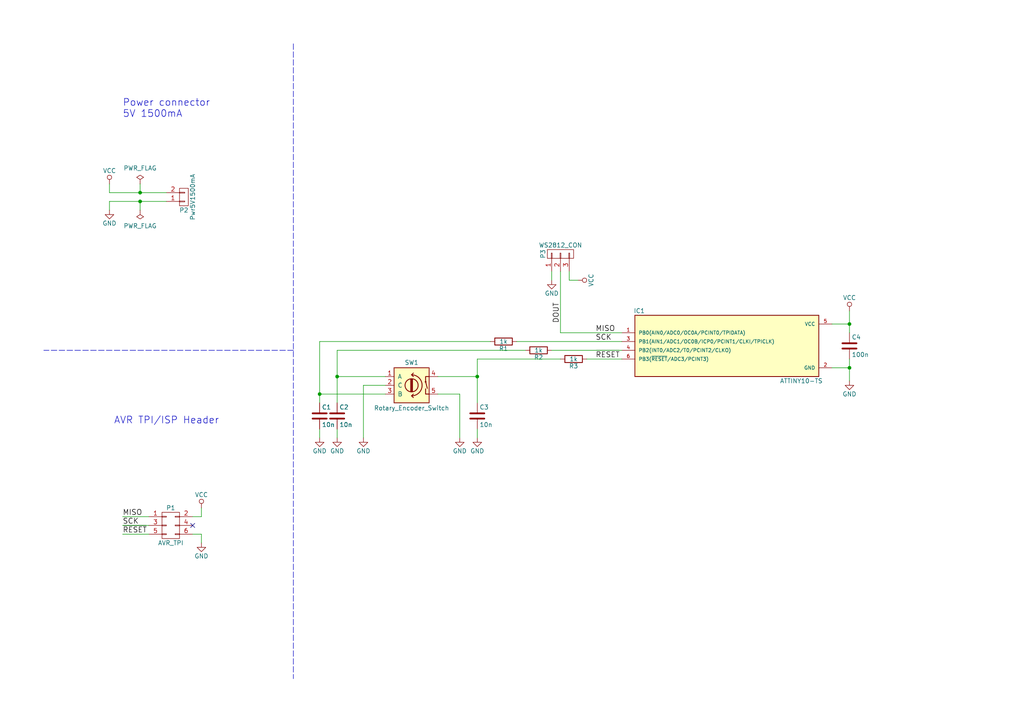
<source format=kicad_sch>
(kicad_sch (version 20250114) (generator "eeschema") (generator_version "9.0")
  (paper "A4")
  (title_block (title "tiny-ws2812-desklight") (date "2018-06-19") (rev "v1.0") (comment 1 "<dgit@piegdon.de>") (comment 2 "David R. Piegdon") (comment 3 "github.com/dpiegdon/tiny-ws2812-desklight") (comment 4 "WS2812-based desktop lamp"))
  (lib_symbols
    (symbol "ATTINY10-TS_1" (pin_names (offset 1.016))
      (property "Reference" "U" (at -25.4 10.16 0))
      (property "Value" "ATTINY10-TS" (at 21.59 -10.16 0))
      (symbol "ATTINY10-TS_1_0_1"
        (rectangle (start -26.67 8.89) (end 26.67 -8.89) (stroke (width 0.254)) (fill (type background)))
      )
      (symbol "ATTINY10-TS_1_1_1"
        (pin bidirectional line (at -30.48 3.81 0) (length 3.81) (name "PB0(AIN0/ADC0/OC0A/PCINT0/TPIDATA)") (number "1"))
        (pin bidirectional line (at -30.48 1.27 0) (length 3.81) (name "PB1(AIN1/ADC1/OC0B/ICP0/PCINT1/CLKI/TPICLK)") (number "3"))
        (pin bidirectional line (at -30.48 -1.27 0) (length 3.81) (name "PB2(INT0/ADC2/T0/PCINT2/CLKO)") (number "4"))
        (pin bidirectional line (at -30.48 -3.81 0) (length 3.81) (name "PB3(~{RESET}/ADC3/PCINT3)") (number "6"))
        (pin power_in line (at 30.48 6.35 180) (length 3.81) (name "VCC") (number "5"))
        (pin power_in line (at 30.48 -6.35 180) (length 3.81) (name "GND") (number "2"))
      )
    )
    (symbol "ATTINY10-TS_2" (pin_names (offset 1.016))
      (property "Reference" "U" (at -25.4 10.16 0))
      (property "Value" "ATTINY10-TS" (at 21.59 -10.16 0))
      (symbol "ATTINY10-TS_2_0_1"
        (rectangle (start -26.67 8.89) (end 26.67 -8.89) (stroke (width 0.254)) (fill (type background)))
      )
      (symbol "ATTINY10-TS_2_1_1"
        (pin bidirectional line (at -30.48 3.81 0) (length 3.81) (name "PB0(AIN0/ADC0/OC0A/PCINT0/TPIDATA)") (number "1"))
        (pin bidirectional line (at -30.48 1.27 0) (length 3.81) (name "PB1(AIN1/ADC1/OC0B/ICP0/PCINT1/CLKI/TPICLK)") (number "3"))
        (pin bidirectional line (at -30.48 -1.27 0) (length 3.81) (name "PB2(INT0/ADC2/T0/PCINT2/CLKO)") (number "4"))
        (pin bidirectional line (at -30.48 -3.81 0) (length 3.81) (name "PB3(~{RESET}/ADC3/PCINT3)") (number "6"))
        (pin power_in line (at 30.48 6.35 180) (length 3.81) (name "VCC") (number "5"))
        (pin power_in line (at 30.48 -6.35 180) (length 3.81) (name "GND") (number "2"))
      )
    )
    (symbol "CONN_01X02_1" (pin_names (offset 1.016) (hide yes))
      (property "Reference" "J" (at 0 3.81 0))
      (property "Value" "CONN_01X02" (at 2.54 0 90))
      (symbol "CONN_01X02_1_0_1"
        (rectangle (start -1.27 2.54) (end 1.27 -2.54))
        (rectangle (start -1.27 1.397) (end 0.254 1.143))
        (rectangle (start -1.27 -1.143) (end 0.254 -1.397))
      )
      (symbol "CONN_01X02_1_1_1"
        (pin passive line (at -5.08 1.27 0) (length 3.81) (name "P1") (number "1"))
        (pin passive line (at -5.08 -1.27 0) (length 3.81) (name "P2") (number "2"))
      )
    )
    (symbol "CONN_01X02_2" (pin_names (offset 1.016) (hide yes))
      (property "Reference" "J" (at 0 3.81 0))
      (property "Value" "CONN_01X02" (at 2.54 0 90))
      (symbol "CONN_01X02_2_0_1"
        (rectangle (start -1.27 2.54) (end 1.27 -2.54))
        (rectangle (start -1.27 1.397) (end 0.254 1.143))
        (rectangle (start -1.27 -1.143) (end 0.254 -1.397))
      )
      (symbol "CONN_01X02_2_1_1"
        (pin passive line (at -5.08 1.27 0) (length 3.81) (name "P1") (number "1"))
        (pin passive line (at -5.08 -1.27 0) (length 3.81) (name "P2") (number "2"))
      )
    )
    (symbol "CONN_01X03_1" (pin_names (offset 1.016) (hide yes))
      (property "Reference" "J" (at 0 5.08 0))
      (property "Value" "CONN_01X03" (at 2.54 0 90))
      (symbol "CONN_01X03_1_0_1"
        (rectangle (start -1.27 3.81) (end 1.27 -3.81))
        (rectangle (start -1.27 2.667) (end 0.254 2.413))
        (rectangle (start -1.27 0.127) (end 0.254 -0.127))
        (rectangle (start -1.27 -2.413) (end 0.254 -2.667))
      )
      (symbol "CONN_01X03_1_1_1"
        (pin passive line (at -5.08 2.54 0) (length 3.81) (name "P1") (number "1"))
        (pin passive line (at -5.08 0 0) (length 3.81) (name "P2") (number "2"))
        (pin passive line (at -5.08 -2.54 0) (length 3.81) (name "P3") (number "3"))
      )
    )
    (symbol "CONN_01X03_2" (pin_names (offset 1.016) (hide yes))
      (property "Reference" "J" (at 0 5.08 0))
      (property "Value" "CONN_01X03" (at 2.54 0 90))
      (symbol "CONN_01X03_2_0_1"
        (rectangle (start -1.27 3.81) (end 1.27 -3.81))
        (rectangle (start -1.27 2.667) (end 0.254 2.413))
        (rectangle (start -1.27 0.127) (end 0.254 -0.127))
        (rectangle (start -1.27 -2.413) (end 0.254 -2.667))
      )
      (symbol "CONN_01X03_2_1_1"
        (pin passive line (at -5.08 2.54 0) (length 3.81) (name "P1") (number "1"))
        (pin passive line (at -5.08 0 0) (length 3.81) (name "P2") (number "2"))
        (pin passive line (at -5.08 -2.54 0) (length 3.81) (name "P3") (number "3"))
      )
    )
    (symbol "CONN_02X03_1" (pin_names (offset 0.0254) (hide yes))
      (property "Reference" "J" (at 0 5.08 0))
      (property "Value" "CONN_02X03" (at 0 -5.08 0))
      (symbol "CONN_02X03_1_0_1"
        (rectangle (start -2.54 3.81) (end 2.54 -3.81))
        (rectangle (start -2.54 2.667) (end -1.27 2.413))
        (rectangle (start -2.54 0.127) (end -1.27 -0.127))
        (rectangle (start -2.54 -2.413) (end -1.27 -2.667))
        (rectangle (start 1.27 2.667) (end 2.54 2.413))
        (rectangle (start 1.27 0.127) (end 2.54 -0.127))
        (rectangle (start 1.27 -2.413) (end 2.54 -2.667))
      )
      (symbol "CONN_02X03_1_1_1"
        (pin passive line (at -6.35 2.54 0) (length 3.81) (name "P1") (number "1"))
        (pin passive line (at -6.35 0 0) (length 3.81) (name "P3") (number "3"))
        (pin passive line (at -6.35 -2.54 0) (length 3.81) (name "P5") (number "5"))
        (pin passive line (at 6.35 2.54 180) (length 3.81) (name "P2") (number "2"))
        (pin passive line (at 6.35 0 180) (length 3.81) (name "P4") (number "4"))
        (pin passive line (at 6.35 -2.54 180) (length 3.81) (name "P6") (number "6"))
      )
    )
    (symbol "CONN_02X03_2" (pin_names (offset 0.0254) (hide yes))
      (property "Reference" "J" (at 0 5.08 0))
      (property "Value" "CONN_02X03" (at 0 -5.08 0))
      (symbol "CONN_02X03_2_0_1"
        (rectangle (start -2.54 3.81) (end 2.54 -3.81))
        (rectangle (start -2.54 2.667) (end -1.27 2.413))
        (rectangle (start -2.54 0.127) (end -1.27 -0.127))
        (rectangle (start -2.54 -2.413) (end -1.27 -2.667))
        (rectangle (start 1.27 2.667) (end 2.54 2.413))
        (rectangle (start 1.27 0.127) (end 2.54 -0.127))
        (rectangle (start 1.27 -2.413) (end 2.54 -2.667))
      )
      (symbol "CONN_02X03_2_1_1"
        (pin passive line (at -6.35 2.54 0) (length 3.81) (name "P1") (number "1"))
        (pin passive line (at -6.35 0 0) (length 3.81) (name "P3") (number "3"))
        (pin passive line (at -6.35 -2.54 0) (length 3.81) (name "P5") (number "5"))
        (pin passive line (at 6.35 2.54 180) (length 3.81) (name "P2") (number "2"))
        (pin passive line (at 6.35 0 180) (length 3.81) (name "P4") (number "4"))
        (pin passive line (at 6.35 -2.54 180) (length 3.81) (name "P6") (number "6"))
      )
    )
    (symbol "C_1" (pin_numbers (hide yes)) (pin_names (offset 0.254))
      (property "Reference" "C" (at 0.635 2.54 0))
      (property "Value" "C" (at 0.635 -2.54 0))
      (symbol "C_1_0_1"
        (polyline (pts (xy -2.032 0.762) (xy 2.032 0.762)) (stroke (width 0.508)))
        (polyline (pts (xy -2.032 -0.762) (xy 2.032 -0.762)) (stroke (width 0.508)))
      )
      (symbol "C_1_1_1"
        (pin passive line (at 0 3.81 270) (length 2.794) (name "~") (number "1"))
        (pin passive line (at 0 -3.81 90) (length 2.794) (name "~") (number "2"))
      )
    )
    (symbol "C_2" (pin_numbers (hide yes)) (pin_names (offset 0.254))
      (property "Reference" "C" (at 0.635 2.54 0))
      (property "Value" "C" (at 0.635 -2.54 0))
      (symbol "C_2_0_1"
        (polyline (pts (xy -2.032 0.762) (xy 2.032 0.762)) (stroke (width 0.508)))
        (polyline (pts (xy -2.032 -0.762) (xy 2.032 -0.762)) (stroke (width 0.508)))
      )
      (symbol "C_2_1_1"
        (pin passive line (at 0 3.81 270) (length 2.794) (name "~") (number "1"))
        (pin passive line (at 0 -3.81 90) (length 2.794) (name "~") (number "2"))
      )
    )
    (symbol "C_3" (pin_numbers (hide yes)) (pin_names (offset 0.254))
      (property "Reference" "C" (at 0.635 2.54 0))
      (property "Value" "C" (at 0.635 -2.54 0))
      (symbol "C_3_0_1"
        (polyline (pts (xy -2.032 0.762) (xy 2.032 0.762)) (stroke (width 0.508)))
        (polyline (pts (xy -2.032 -0.762) (xy 2.032 -0.762)) (stroke (width 0.508)))
      )
      (symbol "C_3_1_1"
        (pin passive line (at 0 3.81 270) (length 2.794) (name "~") (number "1"))
        (pin passive line (at 0 -3.81 90) (length 2.794) (name "~") (number "2"))
      )
    )
    (symbol "C_4" (pin_numbers (hide yes)) (pin_names (offset 0.254))
      (property "Reference" "C" (at 0.635 2.54 0))
      (property "Value" "C" (at 0.635 -2.54 0))
      (symbol "C_4_0_1"
        (polyline (pts (xy -2.032 0.762) (xy 2.032 0.762)) (stroke (width 0.508)))
        (polyline (pts (xy -2.032 -0.762) (xy 2.032 -0.762)) (stroke (width 0.508)))
      )
      (symbol "C_4_1_1"
        (pin passive line (at 0 3.81 270) (length 2.794) (name "~") (number "1"))
        (pin passive line (at 0 -3.81 90) (length 2.794) (name "~") (number "2"))
      )
    )
    (symbol "C_5" (pin_numbers (hide yes)) (pin_names (offset 0.254))
      (property "Reference" "C" (at 0.635 2.54 0))
      (property "Value" "C" (at 0.635 -2.54 0))
      (symbol "C_5_0_1"
        (polyline (pts (xy -2.032 0.762) (xy 2.032 0.762)) (stroke (width 0.508)))
        (polyline (pts (xy -2.032 -0.762) (xy 2.032 -0.762)) (stroke (width 0.508)))
      )
      (symbol "C_5_1_1"
        (pin passive line (at 0 3.81 270) (length 2.794) (name "~") (number "1"))
        (pin passive line (at 0 -3.81 90) (length 2.794) (name "~") (number "2"))
      )
    )
    (symbol "C_6" (pin_numbers (hide yes)) (pin_names (offset 0.254))
      (property "Reference" "C" (at 0.635 2.54 0))
      (property "Value" "C" (at 0.635 -2.54 0))
      (symbol "C_6_0_1"
        (polyline (pts (xy -2.032 0.762) (xy 2.032 0.762)) (stroke (width 0.508)))
        (polyline (pts (xy -2.032 -0.762) (xy 2.032 -0.762)) (stroke (width 0.508)))
      )
      (symbol "C_6_1_1"
        (pin passive line (at 0 3.81 270) (length 2.794) (name "~") (number "1"))
        (pin passive line (at 0 -3.81 90) (length 2.794) (name "~") (number "2"))
      )
    )
    (symbol "C_7" (pin_numbers (hide yes)) (pin_names (offset 0.254))
      (property "Reference" "C" (at 0.635 2.54 0))
      (property "Value" "C" (at 0.635 -2.54 0))
      (symbol "C_7_0_1"
        (polyline (pts (xy -2.032 0.762) (xy 2.032 0.762)) (stroke (width 0.508)))
        (polyline (pts (xy -2.032 -0.762) (xy 2.032 -0.762)) (stroke (width 0.508)))
      )
      (symbol "C_7_1_1"
        (pin passive line (at 0 3.81 270) (length 2.794) (name "~") (number "1"))
        (pin passive line (at 0 -3.81 90) (length 2.794) (name "~") (number "2"))
      )
    )
    (symbol "C_8" (pin_numbers (hide yes)) (pin_names (offset 0.254))
      (property "Reference" "C" (at 0.635 2.54 0))
      (property "Value" "C" (at 0.635 -2.54 0))
      (symbol "C_8_0_1"
        (polyline (pts (xy -2.032 0.762) (xy 2.032 0.762)) (stroke (width 0.508)))
        (polyline (pts (xy -2.032 -0.762) (xy 2.032 -0.762)) (stroke (width 0.508)))
      )
      (symbol "C_8_1_1"
        (pin passive line (at 0 3.81 270) (length 2.794) (name "~") (number "1"))
        (pin passive line (at 0 -3.81 90) (length 2.794) (name "~") (number "2"))
      )
    )
    (symbol "GND_1" (power) (pin_names (offset 0))
      (property "Value" "GND" (at 0 -3.81 0))
      (symbol "GND_1_0_1"
        (polyline (pts (xy 0 0) (xy 0 -1.27) (xy 1.27 -1.27) (xy 0 -2.54) (xy -1.27 -1.27) (xy 0 -1.27)))
      )
      (symbol "GND_1_1_1"
        (pin power_in line (at 0 0 270) (length 0) (hide yes) (name "GND") (number "1"))
      )
    )
    (symbol "GND_10" (power) (pin_names (offset 0))
      (property "Value" "GND" (at 0 -3.81 0))
      (symbol "GND_10_0_1"
        (polyline (pts (xy 0 0) (xy 0 -1.27) (xy 1.27 -1.27) (xy 0 -2.54) (xy -1.27 -1.27) (xy 0 -1.27)))
      )
      (symbol "GND_10_1_1"
        (pin power_in line (at 0 0 270) (length 0) (hide yes) (name "GND") (number "1"))
      )
    )
    (symbol "GND_11" (power) (pin_names (offset 0))
      (property "Value" "GND" (at 0 -3.81 0))
      (symbol "GND_11_0_1"
        (polyline (pts (xy 0 0) (xy 0 -1.27) (xy 1.27 -1.27) (xy 0 -2.54) (xy -1.27 -1.27) (xy 0 -1.27)))
      )
      (symbol "GND_11_1_1"
        (pin power_in line (at 0 0 270) (length 0) (hide yes) (name "GND") (number "1"))
      )
    )
    (symbol "GND_12" (power) (pin_names (offset 0))
      (property "Value" "GND" (at 0 -3.81 0))
      (symbol "GND_12_0_1"
        (polyline (pts (xy 0 0) (xy 0 -1.27) (xy 1.27 -1.27) (xy 0 -2.54) (xy -1.27 -1.27) (xy 0 -1.27)))
      )
      (symbol "GND_12_1_1"
        (pin power_in line (at 0 0 270) (length 0) (hide yes) (name "GND") (number "1"))
      )
    )
    (symbol "GND_13" (power) (pin_names (offset 0))
      (property "Value" "GND" (at 0 -3.81 0))
      (symbol "GND_13_0_1"
        (polyline (pts (xy 0 0) (xy 0 -1.27) (xy 1.27 -1.27) (xy 0 -2.54) (xy -1.27 -1.27) (xy 0 -1.27)))
      )
      (symbol "GND_13_1_1"
        (pin power_in line (at 0 0 270) (length 0) (hide yes) (name "GND") (number "1"))
      )
    )
    (symbol "GND_14" (power) (pin_names (offset 0))
      (property "Value" "GND" (at 0 -3.81 0))
      (symbol "GND_14_0_1"
        (polyline (pts (xy 0 0) (xy 0 -1.27) (xy 1.27 -1.27) (xy 0 -2.54) (xy -1.27 -1.27) (xy 0 -1.27)))
      )
      (symbol "GND_14_1_1"
        (pin power_in line (at 0 0 270) (length 0) (hide yes) (name "GND") (number "1"))
      )
    )
    (symbol "GND_15" (power) (pin_names (offset 0))
      (property "Value" "GND" (at 0 -3.81 0))
      (symbol "GND_15_0_1"
        (polyline (pts (xy 0 0) (xy 0 -1.27) (xy 1.27 -1.27) (xy 0 -2.54) (xy -1.27 -1.27) (xy 0 -1.27)))
      )
      (symbol "GND_15_1_1"
        (pin power_in line (at 0 0 270) (length 0) (hide yes) (name "GND") (number "1"))
      )
    )
    (symbol "GND_16" (power) (pin_names (offset 0))
      (property "Value" "GND" (at 0 -3.81 0))
      (symbol "GND_16_0_1"
        (polyline (pts (xy 0 0) (xy 0 -1.27) (xy 1.27 -1.27) (xy 0 -2.54) (xy -1.27 -1.27) (xy 0 -1.27)))
      )
      (symbol "GND_16_1_1"
        (pin power_in line (at 0 0 270) (length 0) (hide yes) (name "GND") (number "1"))
      )
    )
    (symbol "GND_17" (power) (pin_names (offset 0))
      (property "Value" "GND" (at 0 -3.81 0))
      (symbol "GND_17_0_1"
        (polyline (pts (xy 0 0) (xy 0 -1.27) (xy 1.27 -1.27) (xy 0 -2.54) (xy -1.27 -1.27) (xy 0 -1.27)))
      )
      (symbol "GND_17_1_1"
        (pin power_in line (at 0 0 270) (length 0) (hide yes) (name "GND") (number "1"))
      )
    )
    (symbol "GND_18" (power) (pin_names (offset 0))
      (property "Value" "GND" (at 0 -3.81 0))
      (symbol "GND_18_0_1"
        (polyline (pts (xy 0 0) (xy 0 -1.27) (xy 1.27 -1.27) (xy 0 -2.54) (xy -1.27 -1.27) (xy 0 -1.27)))
      )
      (symbol "GND_18_1_1"
        (pin power_in line (at 0 0 270) (length 0) (hide yes) (name "GND") (number "1"))
      )
    )
    (symbol "GND_2" (power) (pin_names (offset 0))
      (property "Value" "GND" (at 0 -3.81 0))
      (symbol "GND_2_0_1"
        (polyline (pts (xy 0 0) (xy 0 -1.27) (xy 1.27 -1.27) (xy 0 -2.54) (xy -1.27 -1.27) (xy 0 -1.27)))
      )
      (symbol "GND_2_1_1"
        (pin power_in line (at 0 0 270) (length 0) (hide yes) (name "GND") (number "1"))
      )
    )
    (symbol "GND_3" (power) (pin_names (offset 0))
      (property "Value" "GND" (at 0 -3.81 0))
      (symbol "GND_3_0_1"
        (polyline (pts (xy 0 0) (xy 0 -1.27) (xy 1.27 -1.27) (xy 0 -2.54) (xy -1.27 -1.27) (xy 0 -1.27)))
      )
      (symbol "GND_3_1_1"
        (pin power_in line (at 0 0 270) (length 0) (hide yes) (name "GND") (number "1"))
      )
    )
    (symbol "GND_4" (power) (pin_names (offset 0))
      (property "Value" "GND" (at 0 -3.81 0))
      (symbol "GND_4_0_1"
        (polyline (pts (xy 0 0) (xy 0 -1.27) (xy 1.27 -1.27) (xy 0 -2.54) (xy -1.27 -1.27) (xy 0 -1.27)))
      )
      (symbol "GND_4_1_1"
        (pin power_in line (at 0 0 270) (length 0) (hide yes) (name "GND") (number "1"))
      )
    )
    (symbol "GND_5" (power) (pin_names (offset 0))
      (property "Value" "GND" (at 0 -3.81 0))
      (symbol "GND_5_0_1"
        (polyline (pts (xy 0 0) (xy 0 -1.27) (xy 1.27 -1.27) (xy 0 -2.54) (xy -1.27 -1.27) (xy 0 -1.27)))
      )
      (symbol "GND_5_1_1"
        (pin power_in line (at 0 0 270) (length 0) (hide yes) (name "GND") (number "1"))
      )
    )
    (symbol "GND_6" (power) (pin_names (offset 0))
      (property "Value" "GND" (at 0 -3.81 0))
      (symbol "GND_6_0_1"
        (polyline (pts (xy 0 0) (xy 0 -1.27) (xy 1.27 -1.27) (xy 0 -2.54) (xy -1.27 -1.27) (xy 0 -1.27)))
      )
      (symbol "GND_6_1_1"
        (pin power_in line (at 0 0 270) (length 0) (hide yes) (name "GND") (number "1"))
      )
    )
    (symbol "GND_7" (power) (pin_names (offset 0))
      (property "Value" "GND" (at 0 -3.81 0))
      (symbol "GND_7_0_1"
        (polyline (pts (xy 0 0) (xy 0 -1.27) (xy 1.27 -1.27) (xy 0 -2.54) (xy -1.27 -1.27) (xy 0 -1.27)))
      )
      (symbol "GND_7_1_1"
        (pin power_in line (at 0 0 270) (length 0) (hide yes) (name "GND") (number "1"))
      )
    )
    (symbol "GND_8" (power) (pin_names (offset 0))
      (property "Value" "GND" (at 0 -3.81 0))
      (symbol "GND_8_0_1"
        (polyline (pts (xy 0 0) (xy 0 -1.27) (xy 1.27 -1.27) (xy 0 -2.54) (xy -1.27 -1.27) (xy 0 -1.27)))
      )
      (symbol "GND_8_1_1"
        (pin power_in line (at 0 0 270) (length 0) (hide yes) (name "GND") (number "1"))
      )
    )
    (symbol "GND_9" (power) (pin_names (offset 0))
      (property "Value" "GND" (at 0 -3.81 0))
      (symbol "GND_9_0_1"
        (polyline (pts (xy 0 0) (xy 0 -1.27) (xy 1.27 -1.27) (xy 0 -2.54) (xy -1.27 -1.27) (xy 0 -1.27)))
      )
      (symbol "GND_9_1_1"
        (pin power_in line (at 0 0 270) (length 0) (hide yes) (name "GND") (number "1"))
      )
    )
    (symbol "PWR_FLAG_1" (power) (pin_numbers (hide yes)) (pin_names (offset 0) (hide yes))
      (property "Value" "PWR_FLAG" (at 0 3.81 0))
      (symbol "PWR_FLAG_1_0_0"
        (pin power_out line (at 0 0 90) (length 0) (name "pwr") (number "1"))
      )
      (symbol "PWR_FLAG_1_0_1"
        (polyline (pts (xy 0 0) (xy 0 1.27) (xy -1.016 1.905) (xy 0 2.54) (xy 1.016 1.905) (xy 0 1.27)))
      )
    )
    (symbol "PWR_FLAG_2" (power) (pin_numbers (hide yes)) (pin_names (offset 0) (hide yes))
      (property "Value" "PWR_FLAG" (at 0 3.81 0))
      (symbol "PWR_FLAG_2_0_0"
        (pin power_out line (at 0 0 90) (length 0) (name "pwr") (number "1"))
      )
      (symbol "PWR_FLAG_2_0_1"
        (polyline (pts (xy 0 0) (xy 0 1.27) (xy -1.016 1.905) (xy 0 2.54) (xy 1.016 1.905) (xy 0 1.27)))
      )
    )
    (symbol "PWR_FLAG_3" (power) (pin_numbers (hide yes)) (pin_names (offset 0) (hide yes))
      (property "Value" "PWR_FLAG" (at 0 3.81 0))
      (symbol "PWR_FLAG_3_0_0"
        (pin power_out line (at 0 0 90) (length 0) (name "pwr") (number "1"))
      )
      (symbol "PWR_FLAG_3_0_1"
        (polyline (pts (xy 0 0) (xy 0 1.27) (xy -1.016 1.905) (xy 0 2.54) (xy 1.016 1.905) (xy 0 1.27)))
      )
    )
    (symbol "PWR_FLAG_4" (power) (pin_numbers (hide yes)) (pin_names (offset 0) (hide yes))
      (property "Value" "PWR_FLAG" (at 0 3.81 0))
      (symbol "PWR_FLAG_4_0_0"
        (pin power_out line (at 0 0 90) (length 0) (name "pwr") (number "1"))
      )
      (symbol "PWR_FLAG_4_0_1"
        (polyline (pts (xy 0 0) (xy 0 1.27) (xy -1.016 1.905) (xy 0 2.54) (xy 1.016 1.905) (xy 0 1.27)))
      )
    )
    (symbol "R_1" (pin_numbers (hide yes)) (pin_names (offset 0))
      (property "Reference" "R" (at 2.032 0 90))
      (property "Value" "R" (at 0 0 90))
      (symbol "R_1_0_1"
        (rectangle (start -1.016 -2.54) (end 1.016 2.54) (stroke (width 0.254)))
      )
      (symbol "R_1_1_1"
        (pin passive line (at 0 3.81 270) (length 1.27) (name "~") (number "1"))
        (pin passive line (at 0 -3.81 90) (length 1.27) (name "~") (number "2"))
      )
    )
    (symbol "R_2" (pin_numbers (hide yes)) (pin_names (offset 0))
      (property "Reference" "R" (at 2.032 0 90))
      (property "Value" "R" (at 0 0 90))
      (symbol "R_2_0_1"
        (rectangle (start -1.016 -2.54) (end 1.016 2.54) (stroke (width 0.254)))
      )
      (symbol "R_2_1_1"
        (pin passive line (at 0 3.81 270) (length 1.27) (name "~") (number "1"))
        (pin passive line (at 0 -3.81 90) (length 1.27) (name "~") (number "2"))
      )
    )
    (symbol "R_3" (pin_numbers (hide yes)) (pin_names (offset 0))
      (property "Reference" "R" (at 2.032 0 90))
      (property "Value" "R" (at 0 0 90))
      (symbol "R_3_0_1"
        (rectangle (start -1.016 -2.54) (end 1.016 2.54) (stroke (width 0.254)))
      )
      (symbol "R_3_1_1"
        (pin passive line (at 0 3.81 270) (length 1.27) (name "~") (number "1"))
        (pin passive line (at 0 -3.81 90) (length 1.27) (name "~") (number "2"))
      )
    )
    (symbol "R_4" (pin_numbers (hide yes)) (pin_names (offset 0))
      (property "Reference" "R" (at 2.032 0 90))
      (property "Value" "R" (at 0 0 90))
      (symbol "R_4_0_1"
        (rectangle (start -1.016 -2.54) (end 1.016 2.54) (stroke (width 0.254)))
      )
      (symbol "R_4_1_1"
        (pin passive line (at 0 3.81 270) (length 1.27) (name "~") (number "1"))
        (pin passive line (at 0 -3.81 90) (length 1.27) (name "~") (number "2"))
      )
    )
    (symbol "R_5" (pin_numbers (hide yes)) (pin_names (offset 0))
      (property "Reference" "R" (at 2.032 0 90))
      (property "Value" "R" (at 0 0 90))
      (symbol "R_5_0_1"
        (rectangle (start -1.016 -2.54) (end 1.016 2.54) (stroke (width 0.254)))
      )
      (symbol "R_5_1_1"
        (pin passive line (at 0 3.81 270) (length 1.27) (name "~") (number "1"))
        (pin passive line (at 0 -3.81 90) (length 1.27) (name "~") (number "2"))
      )
    )
    (symbol "R_6" (pin_numbers (hide yes)) (pin_names (offset 0))
      (property "Reference" "R" (at 2.032 0 90))
      (property "Value" "R" (at 0 0 90))
      (symbol "R_6_0_1"
        (rectangle (start -1.016 -2.54) (end 1.016 2.54) (stroke (width 0.254)))
      )
      (symbol "R_6_1_1"
        (pin passive line (at 0 3.81 270) (length 1.27) (name "~") (number "1"))
        (pin passive line (at 0 -3.81 90) (length 1.27) (name "~") (number "2"))
      )
    )
    (symbol "Rotary_Encoder_Switch_1" (pin_names (offset 1.016))
      (property "Reference" "SW" (at 0 6.604 0))
      (property "Value" "Rotary_Encoder_Switch" (at 0 -6.604 0))
      (symbol "Rotary_Encoder_Switch_1_0_1"
        (rectangle (start -5.08 5.08) (end 5.08 -5.08) (stroke (width 0.254)) (fill (type background)))
        (polyline (pts (xy -0.254 -1.778) (xy -0.254 1.778)) (stroke (width 0.254)))
        (polyline (pts (xy 0 3.048) (xy 0.508 2.54)) (stroke (width 0.254)))
        (arc (start 0 3.048) (mid 3.048 0) (end 0 -3.048) (stroke (width 0.254)))
        (circle (center 0 0) (radius 1.905) (stroke (width 0.254)))
        (polyline (pts (xy 0 -1.778) (xy 0 1.778)) (stroke (width 0.254)))
        (polyline (pts (xy 0 -3.048) (xy 0.508 -2.54)) (stroke (width 0.254)))
        (polyline (pts (xy 0 -3.048) (xy 0.508 -3.556)) (stroke (width 0.254)))
        (polyline (pts (xy 0.254 1.778) (xy 0.254 -1.778)) (stroke (width 0.254)))
        (polyline (pts (xy 0.508 3.556) (xy 0 3.048)) (stroke (width 0.254)))
        (polyline (pts (xy 4.064 1.016) (xy 4.572 -0.889)) (stroke (width 0.254)))
        (circle (center 4.064 1.016) (radius 0.127) (stroke (width 0.254)))
        (polyline (pts (xy 5.08 2.54) (xy 4.064 2.54) (xy 4.064 1.016)) (stroke (width 0.254)))
        (polyline (pts (xy 5.08 -2.54) (xy 4.064 -2.54) (xy 4.064 -1.016)) (stroke (width 0.254)))
      )
      (symbol "Rotary_Encoder_Switch_1_1_1"
        (pin input line (at -7.62 2.54 0) (length 2.54) (name "A") (number "1"))
        (pin input line (at -7.62 0 0) (length 2.54) (name "C") (number "2"))
        (pin input line (at -7.62 -2.54 0) (length 2.54) (name "B") (number "3"))
        (pin input line (at 7.62 2.54 180) (length 2.54) (name "~") (number "4"))
        (pin input line (at 7.62 -2.54 180) (length 2.54) (name "~") (number "5"))
      )
    )
    (symbol "Rotary_Encoder_Switch_2" (pin_names (offset 1.016))
      (property "Reference" "SW" (at 0 6.604 0))
      (property "Value" "Rotary_Encoder_Switch" (at 0 -6.604 0))
      (symbol "Rotary_Encoder_Switch_2_0_1"
        (rectangle (start -5.08 5.08) (end 5.08 -5.08) (stroke (width 0.254)) (fill (type background)))
        (polyline (pts (xy -0.254 -1.778) (xy -0.254 1.778)) (stroke (width 0.254)))
        (polyline (pts (xy 0 3.048) (xy 0.508 2.54)) (stroke (width 0.254)))
        (arc (start 0 3.048) (mid 3.048 0) (end 0 -3.048) (stroke (width 0.254)))
        (circle (center 0 0) (radius 1.905) (stroke (width 0.254)))
        (polyline (pts (xy 0 -1.778) (xy 0 1.778)) (stroke (width 0.254)))
        (polyline (pts (xy 0 -3.048) (xy 0.508 -2.54)) (stroke (width 0.254)))
        (polyline (pts (xy 0 -3.048) (xy 0.508 -3.556)) (stroke (width 0.254)))
        (polyline (pts (xy 0.254 1.778) (xy 0.254 -1.778)) (stroke (width 0.254)))
        (polyline (pts (xy 0.508 3.556) (xy 0 3.048)) (stroke (width 0.254)))
        (polyline (pts (xy 4.064 1.016) (xy 4.572 -0.889)) (stroke (width 0.254)))
        (circle (center 4.064 1.016) (radius 0.127) (stroke (width 0.254)))
        (polyline (pts (xy 5.08 2.54) (xy 4.064 2.54) (xy 4.064 1.016)) (stroke (width 0.254)))
        (polyline (pts (xy 5.08 -2.54) (xy 4.064 -2.54) (xy 4.064 -1.016)) (stroke (width 0.254)))
      )
      (symbol "Rotary_Encoder_Switch_2_1_1"
        (pin input line (at -7.62 2.54 0) (length 2.54) (name "A") (number "1"))
        (pin input line (at -7.62 0 0) (length 2.54) (name "C") (number "2"))
        (pin input line (at -7.62 -2.54 0) (length 2.54) (name "B") (number "3"))
        (pin input line (at 7.62 2.54 180) (length 2.54) (name "~") (number "4"))
        (pin input line (at 7.62 -2.54 180) (length 2.54) (name "~") (number "5"))
      )
    )
    (symbol "VCC_1" (power) (pin_names (offset 0))
      (property "Value" "VCC" (at 0 3.81 0))
      (symbol "VCC_1_0_1"
        (circle (center 0 1.905) (radius 0.635))
        (polyline (pts (xy 0 0) (xy 0 1.27)))
      )
      (symbol "VCC_1_1_1"
        (pin power_in line (at 0 0 90) (length 0) (hide yes) (name "VCC") (number "1"))
      )
    )
    (symbol "VCC_2" (power) (pin_names (offset 0))
      (property "Value" "VCC" (at 0 3.81 0))
      (symbol "VCC_2_0_1"
        (circle (center 0 1.905) (radius 0.635))
        (polyline (pts (xy 0 0) (xy 0 1.27)))
      )
      (symbol "VCC_2_1_1"
        (pin power_in line (at 0 0 90) (length 0) (hide yes) (name "VCC") (number "1"))
      )
    )
    (symbol "VCC_3" (power) (pin_names (offset 0))
      (property "Value" "VCC" (at 0 3.81 0))
      (symbol "VCC_3_0_1"
        (circle (center 0 1.905) (radius 0.635))
        (polyline (pts (xy 0 0) (xy 0 1.27)))
      )
      (symbol "VCC_3_1_1"
        (pin power_in line (at 0 0 90) (length 0) (hide yes) (name "VCC") (number "1"))
      )
    )
    (symbol "VCC_4" (power) (pin_names (offset 0))
      (property "Value" "VCC" (at 0 3.81 0))
      (symbol "VCC_4_0_1"
        (circle (center 0 1.905) (radius 0.635))
        (polyline (pts (xy 0 0) (xy 0 1.27)))
      )
      (symbol "VCC_4_1_1"
        (pin power_in line (at 0 0 90) (length 0) (hide yes) (name "VCC") (number "1"))
      )
    )
    (symbol "VCC_5" (power) (pin_names (offset 0))
      (property "Value" "VCC" (at 0 3.81 0))
      (symbol "VCC_5_0_1"
        (circle (center 0 1.905) (radius 0.635))
        (polyline (pts (xy 0 0) (xy 0 1.27)))
      )
      (symbol "VCC_5_1_1"
        (pin power_in line (at 0 0 90) (length 0) (hide yes) (name "VCC") (number "1"))
      )
    )
    (symbol "VCC_6" (power) (pin_names (offset 0))
      (property "Value" "VCC" (at 0 3.81 0))
      (symbol "VCC_6_0_1"
        (circle (center 0 1.905) (radius 0.635))
        (polyline (pts (xy 0 0) (xy 0 1.27)))
      )
      (symbol "VCC_6_1_1"
        (pin power_in line (at 0 0 90) (length 0) (hide yes) (name "VCC") (number "1"))
      )
    )
    (symbol "VCC_7" (power) (pin_names (offset 0))
      (property "Value" "VCC" (at 0 3.81 0))
      (symbol "VCC_7_0_1"
        (circle (center 0 1.905) (radius 0.635))
        (polyline (pts (xy 0 0) (xy 0 1.27)))
      )
      (symbol "VCC_7_1_1"
        (pin power_in line (at 0 0 90) (length 0) (hide yes) (name "VCC") (number "1"))
      )
    )
    (symbol "VCC_8" (power) (pin_names (offset 0))
      (property "Value" "VCC" (at 0 3.81 0))
      (symbol "VCC_8_0_1"
        (circle (center 0 1.905) (radius 0.635))
        (polyline (pts (xy 0 0) (xy 0 1.27)))
      )
      (symbol "VCC_8_1_1"
        (pin power_in line (at 0 0 90) (length 0) (hide yes) (name "VCC") (number "1"))
      )
    )
  )
  (text "AVR TPI/ISP Header" (at 33.02 123.19 0) (effects (font (size 2.0066 2.0066)) (justify left bottom)))
  (text "Power connector\n5V 1500mA\n" (at 35.56 34.29 0) (effects (font (size 2.0066 2.0066)) (justify left bottom)))
  (junction (at 97.79 109.22))
  (junction (at 40.64 58.42))
  (junction (at 246.38 93.98))
  (junction (at 40.64 55.88))
  (junction (at 92.71 114.3))
  (junction (at 246.38 106.68))
  (junction (at 138.43 109.22))
  (no_connect (at 55.88 152.4))
  (wire (pts (xy 162.56 96.52) (xy 180.34 96.52)))
  (wire (pts (xy 138.43 109.22) (xy 138.43 116.84)))
  (wire (pts (xy 160.02 78.74) (xy 160.02 81.28)))
  (wire (pts (xy 55.88 149.86) (xy 58.42 149.86)))
  (wire (pts (xy 40.64 58.42) (xy 48.26 58.42)))
  (wire (pts (xy 31.75 53.34) (xy 31.75 55.88)))
  (wire (pts (xy 92.71 114.3) (xy 111.76 114.3)))
  (wire (pts (xy 165.1 81.28) (xy 167.64 81.28)))
  (wire (pts (xy 92.71 99.06) (xy 92.71 114.3)))
  (wire (pts (xy 97.79 124.46) (xy 97.79 127)))
  (wire (pts (xy 58.42 149.86) (xy 58.42 147.32)))
  (wire (pts (xy 111.76 111.76) (xy 105.41 111.76)))
  (wire (pts (xy 97.79 109.22) (xy 111.76 109.22)))
  (wire (pts (xy 162.56 78.74) (xy 162.56 96.52)))
  (wire (pts (xy 92.71 99.06) (xy 142.24 99.06)))
  (wire (pts (xy 105.41 111.76) (xy 105.41 127)))
  (wire (pts (xy 92.71 124.46) (xy 92.71 127)))
  (polyline (pts (xy 85.09 12.7) (xy 85.09 196.85)) (stroke (width 0) (type dash)))
  (polyline (pts (xy 85.09 101.6) (xy 12.7 101.6)) (stroke (width 0) (type dash)))
  (wire (pts (xy 246.38 106.68) (xy 246.38 110.49)))
  (wire (pts (xy 138.43 104.14) (xy 138.43 109.22)))
  (wire (pts (xy 170.18 104.14) (xy 180.34 104.14)))
  (wire (pts (xy 246.38 93.98) (xy 246.38 96.52)))
  (wire (pts (xy 31.75 55.88) (xy 40.64 55.88)))
  (wire (pts (xy 149.86 99.06) (xy 180.34 99.06)))
  (wire (pts (xy 31.75 58.42) (xy 40.64 58.42)))
  (wire (pts (xy 246.38 104.14) (xy 246.38 106.68)))
  (wire (pts (xy 55.88 154.94) (xy 58.42 154.94)))
  (wire (pts (xy 43.18 154.94) (xy 35.56 154.94)))
  (wire (pts (xy 241.3 93.98) (xy 246.38 93.98)))
  (wire (pts (xy 97.79 101.6) (xy 152.4 101.6)))
  (wire (pts (xy 133.35 114.3) (xy 133.35 127)))
  (wire (pts (xy 40.64 53.34) (xy 40.64 55.88)))
  (wire (pts (xy 43.18 152.4) (xy 35.56 152.4)))
  (wire (pts (xy 40.64 58.42) (xy 40.64 60.96)))
  (wire (pts (xy 165.1 78.74) (xy 165.1 81.28)))
  (wire (pts (xy 31.75 58.42) (xy 31.75 60.96)))
  (wire (pts (xy 97.79 109.22) (xy 97.79 116.84)))
  (wire (pts (xy 97.79 101.6) (xy 97.79 109.22)))
  (wire (pts (xy 127 114.3) (xy 133.35 114.3)))
  (wire (pts (xy 58.42 154.94) (xy 58.42 157.48)))
  (wire (pts (xy 138.43 104.14) (xy 162.56 104.14)))
  (wire (pts (xy 160.02 101.6) (xy 180.34 101.6)))
  (wire (pts (xy 43.18 149.86) (xy 35.56 149.86)))
  (wire (pts (xy 127 109.22) (xy 138.43 109.22)))
  (wire (pts (xy 246.38 90.17) (xy 246.38 93.98)))
  (wire (pts (xy 246.38 106.68) (xy 241.3 106.68)))
  (wire (pts (xy 138.43 124.46) (xy 138.43 127)))
  (wire (pts (xy 92.71 114.3) (xy 92.71 116.84)))
  (wire (pts (xy 40.64 55.88) (xy 48.26 55.88)))
  (label "~{RESET}" (at 35.56 154.94 0) (effects (font (size 1.524 1.524))))
  (label "MISO" (at 35.56 149.86 0) (effects (font (size 1.524 1.524))))
  (label "DOUT" (at 162.56 87.63 270) (effects (font (size 1.524 1.524))))
  (label "SCK" (at 35.56 152.4 0) (effects (font (size 1.524 1.524))))
  (label "SCK" (at 172.72 99.06 0) (effects (font (size 1.524 1.524))))
  (label "~{RESET}" (at 172.72 104.14 0) (effects (font (size 1.524 1.524))))
  (label "MISO" (at 172.72 96.52 0) (effects (font (size 1.524 1.524))))
  (symbol (lib_name "ATTINY10-TS_2") (lib_id "desklight-rescue:ATTINY10-TS") (at 210.82 100.33 0) (unit 1)
    (property "Reference" "IC1" (at 185.42 90.17 0))
    (property "Value" "ATTINY10-TS" (at 232.41 110.49 0))
    (property "Footprint" "TO_SOT_Packages_SMD:SOT-23-6_Handsoldering" (effects (hide yes)))
  )
  (symbol (lib_name "C_7") (lib_id "desklight-rescue:C") (at 246.38 100.33 0) (unit 1)
    (property "Reference" "C4" (at 247.015 97.79 0) (effects (justify left)))
    (property "Value" "100n" (at 247.015 102.87 0) (effects (justify left)))
    (property "Footprint" "Capacitors_SMD:C_0603_HandSoldering" (effects (hide yes)))
  )
  (symbol (lib_name "VCC_8") (lib_id "desklight-rescue:VCC") (at 246.38 90.17 0) (unit 1)
    (property "Reference" "#PWR01" (effects (hide yes)))
    (property "Value" "VCC" (at 246.38 86.36 0))
  )
  (symbol (lib_name "GND_16") (lib_id "desklight-rescue:GND") (at 246.38 110.49 0) (unit 1)
    (property "Reference" "#PWR02" (effects (hide yes)))
    (property "Value" "GND" (at 246.38 114.3 0))
  )
  (symbol (lib_name "CONN_01X02_2") (lib_id "desklight-rescue:CONN_01X02") (at 53.34 57.15 0) (mirror x) (unit 1)
    (property "Reference" "P2" (at 53.34 60.96 0))
    (property "Value" "Pwr5V1500mA" (at 55.88 57.15 90))
    (property "Footprint" "Pin_Headers:Pin_Header_Straight_1x02_Pitch2.54mm" (effects (hide yes)))
  )
  (symbol (lib_name "PWR_FLAG_4") (lib_id "desklight-rescue:PWR_FLAG") (at 40.64 53.34 0) (unit 1)
    (property "Reference" "#FLG03" (effects (hide yes)))
    (property "Value" "PWR_FLAG" (at 40.64 48.768 0))
  )
  (symbol (lib_name "PWR_FLAG_3") (lib_id "desklight-rescue:PWR_FLAG") (at 40.64 60.96 180) (unit 1)
    (property "Reference" "#FLG04" (effects (hide yes)))
    (property "Value" "PWR_FLAG" (at 40.64 65.532 0))
  )
  (symbol (lib_name "GND_10") (lib_id "desklight-rescue:GND") (at 31.75 60.96 0) (unit 1)
    (property "Reference" "#PWR05" (effects (hide yes)))
    (property "Value" "GND" (at 31.75 64.77 0))
  )
  (symbol (lib_name "VCC_5") (lib_id "desklight-rescue:VCC") (at 31.75 53.34 0) (unit 1)
    (property "Reference" "#PWR06" (effects (hide yes)))
    (property "Value" "VCC" (at 31.75 49.53 0))
  )
  (symbol (lib_name "CONN_02X03_2") (lib_id "desklight-rescue:CONN_02X03") (at 49.53 152.4 0) (unit 1)
    (property "Reference" "P1" (at 49.53 147.32 0))
    (property "Value" "AVR_TPI" (at 49.53 157.48 0))
    (property "Footprint" "Pin_Headers:Pin_Header_Straight_2x03_Pitch2.54mm" (effects (hide yes)))
  )
  (symbol (lib_name "VCC_6") (lib_id "desklight-rescue:VCC") (at 58.42 147.32 0) (unit 1)
    (property "Reference" "#PWR07" (effects (hide yes)))
    (property "Value" "VCC" (at 58.42 143.51 0))
  )
  (symbol (lib_name "GND_11") (lib_id "desklight-rescue:GND") (at 58.42 157.48 0) (unit 1)
    (property "Reference" "#PWR08" (effects (hide yes)))
    (property "Value" "GND" (at 58.42 161.29 0))
  )
  (symbol (lib_name "CONN_01X03_2") (lib_id "desklight-rescue:CONN_01X03") (at 162.56 73.66 90) (unit 1)
    (property "Reference" "P3" (at 157.48 73.66 0))
    (property "Value" "WS2812_CON" (at 162.56 71.12 90))
    (property "Footprint" "Pin_Headers:Pin_Header_Straight_1x03_Pitch2.54mm" (effects (hide yes)))
  )
  (symbol (lib_name "GND_15") (lib_id "desklight-rescue:GND") (at 160.02 81.28 0) (unit 1)
    (property "Reference" "#PWR09" (effects (hide yes)))
    (property "Value" "GND" (at 160.02 85.09 0))
  )
  (symbol (lib_name "VCC_7") (lib_id "desklight-rescue:VCC") (at 167.64 81.28 270) (unit 1)
    (property "Reference" "#PWR010" (effects (hide yes)))
    (property "Value" "VCC" (at 171.45 81.28 0))
  )
  (symbol (lib_name "GND_17") (lib_id "desklight-rescue:GND") (at 133.35 127 0) (unit 1)
    (property "Reference" "#PWR011" (effects (hide yes)))
    (property "Value" "GND" (at 133.35 130.81 0))
  )
  (symbol (lib_name "Rotary_Encoder_Switch_2") (lib_id "desklight-rescue:Rotary_Encoder_Switch") (at 119.38 111.76 0) (unit 1)
    (property "Reference" "SW1" (at 119.38 105.156 0))
    (property "Value" "Rotary_Encoder_Switch" (at 119.38 118.364 0))
    (property "Footprint" "projectspecifics:Encoder_PEC11R" (effects (hide yes)))
  )
  (symbol (lib_name "GND_13") (lib_id "desklight-rescue:GND") (at 105.41 127 0) (unit 1)
    (property "Reference" "#PWR012" (effects (hide yes)))
    (property "Value" "GND" (at 105.41 130.81 0))
  )
  (symbol (lib_name "C_8") (lib_id "desklight-rescue:C") (at 138.43 120.65 0) (unit 1)
    (property "Reference" "C3" (at 139.065 118.11 0) (effects (justify left)))
    (property "Value" "10n" (at 139.065 123.19 0) (effects (justify left)))
    (property "Footprint" "Capacitors_SMD:C_0603_HandSoldering" (effects (hide yes)))
  )
  (symbol (lib_name "C_5") (lib_id "desklight-rescue:C") (at 92.71 120.65 0) (unit 1)
    (property "Reference" "C1" (at 93.345 118.11 0) (effects (justify left)))
    (property "Value" "10n" (at 93.345 123.19 0) (effects (justify left)))
    (property "Footprint" "Capacitors_SMD:C_0603_HandSoldering" (effects (hide yes)))
  )
  (symbol (lib_name "C_6") (lib_id "desklight-rescue:C") (at 97.79 120.65 0) (unit 1)
    (property "Reference" "C2" (at 98.425 118.11 0) (effects (justify left)))
    (property "Value" "10n" (at 98.425 123.19 0) (effects (justify left)))
    (property "Footprint" "Capacitors_SMD:C_0603_HandSoldering" (effects (hide yes)))
  )
  (symbol (lib_name "GND_14") (lib_id "desklight-rescue:GND") (at 97.79 127 0) (unit 1)
    (property "Reference" "#PWR013" (effects (hide yes)))
    (property "Value" "GND" (at 97.79 130.81 0))
  )
  (symbol (lib_name "GND_12") (lib_id "desklight-rescue:GND") (at 92.71 127 0) (unit 1)
    (property "Reference" "#PWR014" (effects (hide yes)))
    (property "Value" "GND" (at 92.71 130.81 0))
  )
  (symbol (lib_name "GND_18") (lib_id "desklight-rescue:GND") (at 138.43 127 0) (unit 1)
    (property "Reference" "#PWR015" (effects (hide yes)))
    (property "Value" "GND" (at 138.43 130.81 0))
  )
  (symbol (lib_name "R_4") (lib_id "desklight-rescue:R") (at 146.05 99.06 270) (unit 1)
    (property "Reference" "R1" (at 146.05 101.092 90))
    (property "Value" "1k" (at 146.05 99.06 90))
    (property "Footprint" "Resistors_SMD:R_0603_HandSoldering" (effects (hide yes)))
  )
  (symbol (lib_name "R_5") (lib_id "desklight-rescue:R") (at 156.21 101.6 270) (unit 1)
    (property "Reference" "R2" (at 156.21 103.632 90))
    (property "Value" "1k" (at 156.21 101.6 90))
    (property "Footprint" "Resistors_SMD:R_0603_HandSoldering" (effects (hide yes)))
  )
  (symbol (lib_name "R_6") (lib_id "desklight-rescue:R") (at 166.37 104.14 270) (unit 1)
    (property "Reference" "R3" (at 166.37 106.172 90))
    (property "Value" "1k" (at 166.37 104.14 90))
    (property "Footprint" "Resistors_SMD:R_0603_HandSoldering" (effects (hide yes)))
  )
)
</source>
